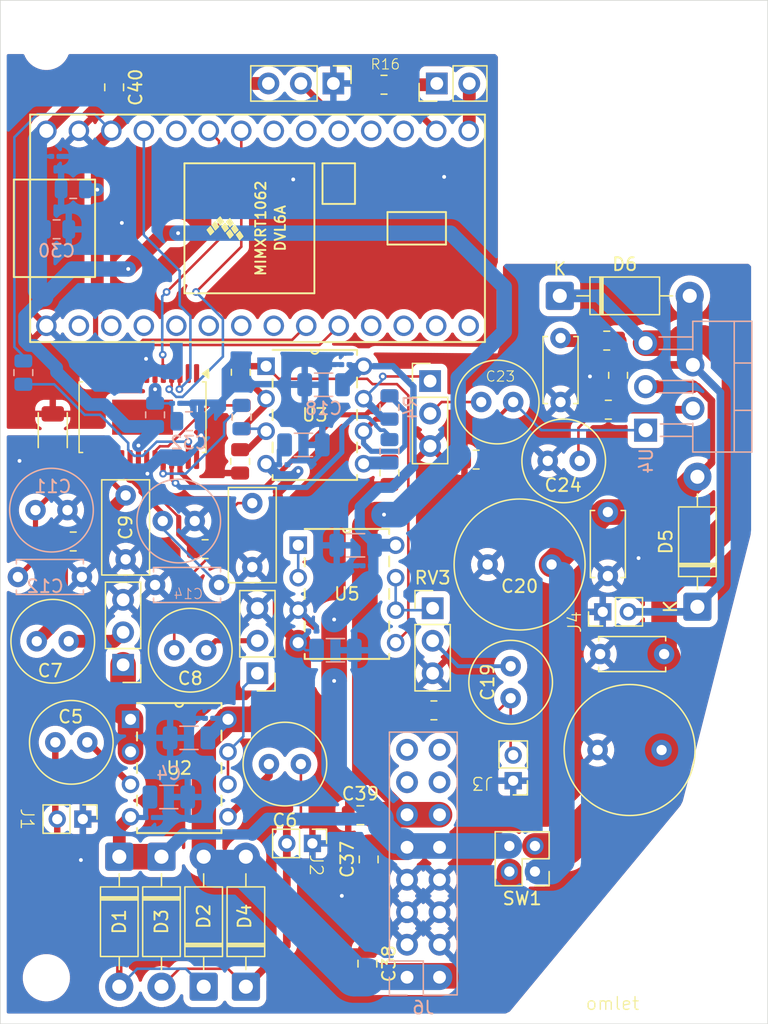
<source format=kicad_pcb>
(kicad_pcb (version 20241229) (generator "pcbnew") (generator_version "9.0")
  (layers (0 "F.Cu" signal) (2 "B.Cu" signal) (13 "F.Paste" user) (15 "B.Paste" user) (5 "F.SilkS" user "F.Silkscreen") (7 "B.SilkS" user "B.Silkscreen") (1 "F.Mask" user) (3 "B.Mask" user) (25 "Edge.Cuts" user))
  (net 0 "")
  (net 1 "-12V")
  (net 2 "GND1")
  (net 3 "+12V")
  (net 4 "Net-(U2A-+)")
  (net 5 "Net-(U2B-+)")
  (net 6 "Net-(C7-Pad2)")
  (net 7 "Net-(C7-Pad1)")
  (net 8 "Net-(C8-Pad2)")
  (net 9 "Net-(C8-Pad1)")
  (net 10 "Net-(VM4220M1-RIN+)")
  (net 11 "Net-(VM4220M1-LIN+)")
  (net 12 "Net-(VM4220M1-RIN-)")
  (net 13 "Net-(VM4220M1-LIN-)")
  (net 14 "Net-(C19-Pad2)")
  (net 15 "Net-(C19-Pad1)")
  (net 16 "Net-(D5-A)")
  (net 17 "Net-(D6-K)")
  (net 18 "Net-(U4-+)")
  (net 19 "Net-(C23-Pad2)")
  (net 20 "Net-(C24-Pad1)")
  (net 21 "Net-(C26-Pad1)")
  (net 22 "Net-(VM4220M1-VL)")
  (net 23 "GND2")
  (net 24 "+5V")
  (net 25 "Net-(VM4220M1-VD)")
  (net 26 "Net-(D5-K)")
  (net 27 "Net-(D7-A)")
  (net 28 "Net-(D7-K)")
  (net 29 "Net-(U3A--)")
  (net 30 "Net-(U5B-+)")
  (net 31 "Net-(U3B--)")
  (net 32 "Net-(R4-Pad1)")
  (net 33 "Net-(U3B-+)")
  (net 34 "Net-(U3A-+)")
  (net 35 "Net-(VM4220M1-LOUT-)")
  (net 36 "Net-(VM4220M1-ROUT+)")
  (net 37 "Net-(VM4220M1-LOUT+)")
  (net 38 "Net-(VM4220M1-ROUT-)")
  (net 39 "Net-(U4--)")
  (net 40 "Net-(VM4220M1-RSTN)")
  (net 41 "Net-(U2A--)")
  (net 42 "Net-(U2B--)")
  (net 43 "Net-(U5B--)")
  (net 44 "Net-(U1-14_A0_TX3_SPDIF_OUT)")
  (net 53 "Net-(U1-21_A7_RX5_BCLK1)")
  (net 54 "Net-(U1-23_A9_CRX1_MCLK1)")
  (net 59 "Net-(U1-7_RX2_OUT1A)")
  (net 63 "Net-(U1-20_A6_TX5_LRCLK1)")
  (net 65 "Net-(U1-8_TX2_IN1)")
  (net 67 "Net-(U5A--)")
  (net 77 "Net-(D1-A)")
  (net 78 "Net-(D3-A)")
  (footprint "Capacitor_THT:C_Radial_D10.0mm_H20.0mm_P5.00mm" (layer "F.Cu") (at 246.2 93.6 180)
    (property "Reference" "C21" (hide yes))
    (property "Value" "220u" (hide yes))
  )
  (footprint "Diode_THT:D_DO-41_SOD81_P10.16mm_Horizontal" (layer "F.Cu") (at 213.7 112.1 90)
    (property "Reference" "D4")
    (property "Value" "1N5819")
  )
  (footprint "Diode_THT:D_DO-41_SOD81_P10.16mm_Horizontal" (layer "F.Cu") (at 249 82.4 90)
    (property "Reference" "D5")
    (property "Value" "1N4007" (hide yes))
  )
  (footprint "Resistor_SMD:R_0805_2012Metric" (layer "F.Cu") (at 224.5 41.6)
    (property "Reference" "R16")
    (property "Value" "5k")
  )
  (footprint "Resistor_SMD:R_0805_2012Metric" (layer "F.Cu") (at 231.7 70.9 180)
    (property "Reference" "R12" (hide yes))
    (property "Value" "22k" (hide yes))
  )
  (footprint "Diode_THT:D_DO-41_SOD81_P10.16mm_Horizontal" (layer "F.Cu") (at 238.24 58.1)
    (property "Reference" "D6")
    (property "Value" "1N4007" (hide yes))
  )
  (footprint "Connector_PinHeader_2.54mm:PinHeader_1x03_P2.54mm_Vertical" (layer "F.Cu") (at 228.1 64.76)
    (property "Reference" "RV4" (hide yes))
    (property "Value" "R_Potentiometer" (hide yes))
  )
  (footprint "Resistor_SMD:R_0805_2012Metric" (layer "F.Cu") (at 200.2 77.3)
    (property "Reference" "R1" (hide yes))
    (property "Value" "150")
  )
  (footprint "Capacitor_THT:C_Radial_D6.3mm_H11.0mm_P2.50mm" (layer "F.Cu") (at 198.8 93)
    (property "Reference" "C5")
    (property "Value" "1u")
  )
  (footprint "MyLibrary:TL072" (layer "F.Cu") (at 225.41 85.21)
    (property "Reference" "U5")
    (property "Value" "TL072" (hide yes))
  )
  (footprint "Capacitor_THT:C_Disc_D5.0mm_W2.5mm_P5.00mm" (layer "F.Cu") (at 242 75 -90)
    (property "Reference" "C22" (hide yes))
    (property "Value" "0.1u")
  )
  (footprint "Resistor_SMD:R_0805_2012Metric" (layer "F.Cu") (at 242.0375 67 180)
    (property "Reference" "R13" (hide yes))
    (property "Value" "680" (hide yes))
  )
  (footprint "Resistor_SMD:R_0805_2012Metric" (layer "F.Cu") (at 213.25 71.0375 90)
    (property "Reference" "R6" (hide yes))
    (property "Value" "10k" (hide yes))
  )
  (footprint "Connector_PinHeader_2.54mm:PinHeader_1x03_P2.54mm_Vertical" (layer "F.Cu") (at 204.1 86.94 180)
    (property "Reference" "RV1" (hide yes))
    (property "Value" "R_Potentiometer")
  )
  (footprint "simplejackwithpinheader:simplejackwithpinheader" (layer "F.Cu") (at 234.6 95.25 180)
    (property "Reference" "J3")
    (property "Value" "output jack (line)")
  )
  (footprint "Diode_THT:D_DO-41_SOD81_P10.16mm_Horizontal" (layer "F.Cu") (at 207.1 101.94 -90)
    (property "Reference" "D3")
    (property "Value" "1N5819")
  )
  (footprint "Capacitor_SMD:C_0805_2012Metric" (layer "F.Cu") (at 223.2 110.3 -90)
    (property "Reference" "C38")
    (property "Value" "1u")
  )
  (footprint "Resistor_SMD:R_0805_2012Metric" (layer "F.Cu") (at 224.925 66.825 90)
    (property "Reference" "R7" (hide yes))
    (property "Value" "10k" (hide yes))
  )
  (footprint "MountingHole:MountingHole_3.2mm_M3" (layer "F.Cu") (at 198.1 38.6)
    (property "Reference" "REF**" (hide yes))
    (property "Value" "MountingHole_3.2mm_M3" (hide yes))
  )
  (footprint "Capacitor_THT:C_Radial_D10.0mm_H20.0mm_P5.00mm" (layer "F.Cu") (at 237.6 79.1 180)
    (property "Reference" "C20")
    (property "Value" "100u" (hide yes))
  )
  (footprint "Connector_PinHeader_2.54mm:PinHeader_1x03_P2.54mm_Vertical" (layer "F.Cu") (at 214.6 87.6 180)
    (property "Reference" "RV2" (hide yes))
    (property "Value" "R_Potentiometer" (hide yes))
  )
  (footprint "Connector_PinHeader_2.54mm:PinHeader_1x03_P2.54mm_Vertical" (layer "F.Cu") (at 228.3 82.52)
    (property "Reference" "RV3")
    (property "Value" "R_Potentiometer")
  )
  (footprint "Connector_PinHeader_2.54mm:PinHeader_1x02_P2.54mm_Vertical" (layer "F.Cu") (at 228.625 41.5 90)
    (property "Reference" "D7" (hide yes))
    (property "Value" "LED")
  )
  (footprint "MountingHole:MountingHole_3.2mm_M3" (layer "F.Cu") (at 198.1 111.4)
    (property "Reference" "REF**" (hide yes))
    (property "Value" "MountingHole_3.2mm_M3" (hide yes))
  )
  (footprint "simplejackwithpinheader:simplejackwithpinheader" (layer "F.Cu") (at 218.15 100.9 -90)
    (property "Reference" "J2")
    (property "Value" "input jack (piezo)")
  )
  (footprint "Resistor_SMD:R_0805_2012Metric" (layer "F.Cu") (at 210.5125 77.9 180)
    (property "Reference" "R2" (hide yes))
    (property "Value" "150")
  )
  (footprint "Resistor_SMD:R_0805_2012Metric" (layer "F.Cu") (at 242.8 64.3125 90)
    (property "Reference" "R15" (hide yes))
    (property "Value" "13k")
  )
  (footprint "MountingHole:MountingHole_3.2mm_M3" (layer "F.Cu") (at 250.9 111.3)
    (property "Reference" "REF**" (hide yes))
    (property "Value" "MountingHole_3.2mm_M3" (hide yes))
  )
  (footprint "Capacitor_THT:C_Radial_D6.3mm_H11.0mm_P2.50mm" (layer "F.Cu") (at 218 94.7 180)
    (property "Reference" "C6")
    (property "Value" "1u")
  )
  (footprint "MyLibrary:V4220M" (layer "F.Cu") (at 205.545 67.5475 -90)
    (property "Reference" "VM4220M1" (hide yes))
    (property "Value" "~" (hide yes))
  )
  (footprint "Capacitor_THT:C_Radial_D6.3mm_H11.0mm_P2.50mm" (layer "F.Cu") (at 234.4 89.55 90)
    (property "Reference" "C19")
    (property "Value" "10u")
  )
  (footprint "Diode_THT:D_DO-41_SOD81_P10.16mm_Horizontal" (layer "F.Cu") (at 210.4 112.1 90)
    (property "Reference" "D2")
    (property "Value" "1N5819")
  )
  (footprint "Capacitor_SMD:C_0805_2012Metric" (layer "F.Cu") (at 222.65 98.7)
    (property "Reference" "C39")
    (property "Value" "1u")
  )
  (footprint "Capacitor_THT:C_Radial_D6.3mm_H11.0mm_P2.50mm" (layer "F.Cu") (at 199.85 85.1 180)
    (property "Reference" "C7")
    (property "Value" "10u" (hide yes))
  )
  (footprint "Inductor_SMD:L_Walsin_WLFM252009x" (layer "F.Cu") (at 198.6 68.6 90)
    (property "Reference" "FB1" (hide yes))
    (property "Value" "FerriteBead" (hide yes))
  )
  (footprint "Capacitor_THT:C_Radial_D6.3mm_H11.0mm_P2.50mm" (layer "F.Cu") (at 239.8 71 180)
    (property "Reference" "C24")
    (property "Value" "22u" (hide yes))
  )
  (footprint "Resistor_SMD:R_0805_2012Metric" (layer "F.Cu") (at 228.4 90.5)
    (property "Reference" "R11" (hide yes))
    (property "Value" "100k")
  )
  (footprint "Capacitor_THT:C_Disc_D5.0mm_W2.5mm_P5.00mm" (layer "F.Cu") (at 246.4 86.1 180)
    (property "Reference" "C25" (hide yes))
    (property "Value" "0.1u" (hide yes))
  )
  (footprint "Diode_THT:D_DO-41_SOD81_P10.16mm_Horizontal" (layer "F.Cu") (at 203.8 101.94 -90)
    (property "Reference" "D1")
    (property "Value" "1N5819")
  )
  (footprint "Resistor_SMD:R_0805_2012Metric" (layer "F.Cu") (at 241.9125 61.6 180)
    (property "Reference" "R14" (hide yes))
    (property "Value" "1" (hide yes))
  )
  (footprint "MyLibrary:TL072" (layer "F.Cu") (at 222.9 71.22)
    (property "Reference" "U3")
    (property "Value" "TL072")
  )
  (footprint "simplejackwithpinheader:simplejackwithpinheader" (layer "F.Cu") (at 200.2 99 -90)
    (property "Reference" "J1")
    (property "Value" "input jack (line)" (hide yes))
  )
  (footprint "Connector_PinHeader_2.54mm:PinHeader_1x03_P2.54mm_Vertical" (layer "F.Cu") (at 220.54 41.5 -90)
    (property "Reference" "RV5" (hide yes))
    (property "Value" "R_Potentiometer")
  )
  (footprint "Capacitor_THT:C_Rect_L7.2mm_W3.5mm_P5.00mm_FKS2_FKP2_MKS2_MKP2" (layer "F.Cu") (at 204.3 73.7 -90)
    (property "Reference" "C9")
    (property "Value" "2.2n" (hide yes))
  )
  (footprint "MountingHole:MountingHole_3.2mm_M3" (layer "F.Cu") (at 250.9 38.6)
    (property "Reference" "REF**" (hide yes))
    (property "Value" "MountingHole_3.2mm_M3" (hide yes))
  )
  (footprint "MyLibrary:TL072" (layer "F.Cu") (at 212.3 98.82)
    (property "Reference" "U2")
    (property "Value" "TL072")
  )
  (footprint "Capacitor_SMD:C_0201_0603Metric" (layer "F.Cu") (at 202.4 62.9)
    (property "Reference" "C27" (hide yes))
    (property "Value" "0.1u")
  )
  (footprint "simplejackwithpinheader:simplejackwithpinheader" (layer "F.Cu") (at 242.35 82.8 90)
    (property "Reference" "J4")
    (property "Value" "output jack (spk)" (hide yes))
  )
  (footprint "Capacitor_SMD:C_0805_2012Metric" (layer "F.Cu") (at 203.4 41.8 -90)
    (property "Reference" "C40")
    (property "Value" "1u")
  )
  (footprint "Resistor_SMD:R_0805_2012Metric" (layer "F.Cu") (at 224.925 71.9375 90)
    (property "Reference" "R5" (hide yes))
    (property "Value" "10k" (hide yes))
  )
  (footprint "Capacitor_THT:C_Rect_L7.2mm_W3.5mm_P5.00mm_FKS2_FKP2_MKS2_MKP2" (layer "F.Cu") (at 214.2 74.3 -90)
    (property "Reference" "C10" (hide yes))
    (property "Value" "2.2n")
  )
  (footprint "Resistor_SMD:R_0805_2012Metric" (layer "F.Cu") (at 213.375 67.575 90)
    (property "Reference" "R10" (hide yes))
    (property "Value" "10k" (hide yes))
  )
  (footprint "Capacitor_SMD:C_0805_2012Metric" (layer "F.Cu") (at 223.3 102.15 90)
    (property "Reference" "C37")
    (property "Value" "1u")
  )
  (footprint "Resistor_SMD:R_0805_2012Metric" (layer "F.Cu") (at 213.3 64.075 -90)
    (property "Reference" "R3" (hide yes))
    (property "Value" "10k" (hide yes))
  )
  (footprint "Capacitor_THT:C_Radial_D6.3mm_H11.0mm_P2.50mm" (layer "F.Cu") (at 210.6 85.8 180)
    (property "Reference" "C8")
    (property "Value" "10u" (hide yes))
  )
  (footprint "Capacitor_THT:C_Disc_D5.0mm_W2.5mm_P5.00mm" (layer "F.Cu") (at 238.3 61.4 -90)
    (property "Reference" "C26" (hide yes))
    (property "Value" "0.22u" (hide yes))
  )
  (footprint "Teensy:Teensy40" (layer "F.Cu") (at 214.61 52.82)
    (property "Reference" "U1" (hide yes))
    (property "Value" "Teensy4.0")
  )
  (footprint "Capacitor_THT:C_Radial_D6.3mm_H11.0mm_P2.50mm" (layer "F.Cu") (at 234.6 66.4 180)
    (property "Reference" "C23")
    (property "Value" "1u")
  )
  (footprint "Connector_PinHeader_2.00mm:PinHeader_2x02_P2.00mm_Vertical" (layer "F.Cu") (at 236.3 103.1 180)
    (property "Reference" "SW1")
    (property "Value" "SW_DPST")
  )
  (footprint "Capacitor_SMD:C_1206_3216Metric" (layer "B.Cu") (at 207.675 97.275 180)
    (property "Reference" "C4")
    (property "Value" "10u")
  )
  (footprint "Capacitor_THT:C_Radial_D6.3mm_H11.0mm_P2.50mm" (layer "B.Cu") (at 197.25 74.85)
    (property "Reference" "C11")
    (property "Value" "4.7u")
  )
  (footprint "Capacitor_SMD:C_0201_0603Metric" (layer "B.Cu") (at 223.145 79.2 180)
    (property "Reference" "C33" (hide yes))
    (property "Value" "0.1u")
  )
  (footprint "Capacitor_SMD:C_0201_0603Metric" (layer "B.Cu") (at 221.48 63.475)
    (property "Reference" "C16" (hide yes))
    (property "Value" "0.1u")
  )
  (footprint "Capacitor_SMD:C_1206_3216Metric" (layer "B.Cu") (at 220.7 85.8 180)
    (property "Reference" "C36" (hide yes))
    (property "Value" "10u")
  )
  (footprint "Capacitor_THT:C_Radial_D6.3mm_H11.0mm_P2.50mm" (layer "B.Cu") (at 207.2 75.7)
    (property "Reference" "C13" (hide yes))
    (property "Value" "4.7u")
  )
  (footprint "Capacitor_SMD:C_0201_0603Metric" (layer "B.Cu") (at 208.245 66.5)
    (property "Reference" "C31" (hide yes))
    (property "Value" "0.1u")
  )
  (footprint "Capacitor_SMD:C_0201_0603Metric" (layer "B.Cu") (at 198.8 47.2)
    (property "Reference" "C29" (hide yes))
    (property "Value" "0.1u")
  )
  (footprint "Capacitor_SMD:C_1206_3216Metric" (layer "B.Cu") (at 218.2 69.75)
    (property "Reference" "C17" (hide yes))
    (property "Value" "10u")
  )
  (footprint "Capacitor_SMD:C_0805_2012Metric" (layer "B.Cu") (at 209.25 67.9)
    (property "Reference" "C32")
    (property "Value" "1u")
  )
  (footprint "Capacitor_SMD:C_0201_0603Metric" (layer "B.Cu") (at 206.18 98.875 180)
    (property "Reference" "C3" (hide yes))
    (property "Value" "0.1u")
  )
  (footprint "Resistor_SMD:R_0805_2012Metric" (layer "B.Cu") (at 224.925 66.825 90)
    (property "Reference" "R4")
    (property "Value" "10k")
  )
  (footprint "Capacitor_THT:C_Disc_D5.0mm_W2.5mm_P5.00mm" (layer "B.Cu") (at 195.875 80.075)
    (property "Reference" "C12")
    (property "Value" "0.1u")
  )
  (footprint "Capacitor_SMD:C_1206_3216Metric" (layer "B.Cu") (at 219.775 65.05)
    (property "Reference" "C18")
    (property "Value" "10u")
  )
  (footprint "Package_TO_SOT_THT:TO-220-5_P3.4x3.7mm_StaggerOdd_Lead3.8mm_Vertical" (layer "B.Cu") (at 244.95 68.6 90)
    (property "Reference" "U4")
    (property "Value" "TDA2030")
  )
  (footprint "Capacitor_SMD:C_1206_3216Metric" (layer "B.Cu") (at 222.275 77.6 180)
    (property "Reference" "C35" (hide yes))
    (property "Value" "10u")
  )
  (footprint "Capacitor_SMD:C_0201_0603Metric" (layer "B.Cu") (at 210.82 91.125 180)
    (property "Reference" "C1" (hide yes))
    (property "Value" "0.1u")
  )
  (footprint "Resistor_SMD:R_0805_2012Metric" (layer "B.Cu") (at 224.925 70.25 -90)
    (property "Reference" "R9" (hide yes))
    (property "Value" "10k" (hide yes))
  )
  (footprint "Capacitor_SMD:C_0201_0603Metric" (layer "B.Cu") (at 218.9 84.3 180)
    (property "Reference" "C34" (hide yes))
    (property "Value" "0.1u")
  )
  (footprint "Capacitor_SMD:C_0805_2012Metric" (layer "B.Cu") (at 200.2 49.75 180)
    (property "Reference" "C28" (hide yes))
    (property "Value" "1u")
  )
  (footprint "Resistor_SMD:R_0805_2012Metric" (layer "B.Cu") (at 206.6 67.4 90)
    (property "Reference" "R18" (hide yes))
    (property "Value" "2")
  )
  (footprint "Capacitor_SMD:C_1206_3216Metric" (layer "B.Cu") (at 209.25 92.65 180)
    (property "Reference" "C2" (hide yes))
    (property "Value" "10u")
  )
  (footprint "Resistor_SMD:R_0805_2012Metric" (layer "B.Cu") (at 196.3 64.1 -90)
    (property "Reference" "R17" (hide yes))
    (property "Value" "10k" (hide yes))
  )
  (footprint "Capacitor_SMD:C_0201_0603Metric" (layer "B.Cu") (at 216.63 71.3)
    (property "Reference" "C15" (hide yes))
    (property "Value" "0.1u")
  )
  (footprint "Capacitor_SMD:C_0805_2012Metric" (layer "B.Cu") (at 198.9 52.9)
    (property "Reference" "C30")
    (property "Value" "1u")
  )
  (footprint "Connector_PinHeader_2.54mm:PinHeader_2x08_P2.54mm_Vertical" (layer "B.Cu") (at 226.3 111.36)
    (property "Reference" "J6")
    (property "Value" "Conn_02x08_Odd_Even")
  )
  (footprint "Resistor_SMD:R_0805_2012Metric" (layer "B.Cu") (at 213.35 67.575 -90)
    (property "Reference" "R8" (hide yes))
    (property "Value" "10k" (hide yes))
  )
  (footprint "Capacitor_THT:C_Disc_D5.0mm_W2.5mm_P5.00mm" (layer "B.Cu") (at 211.6 80.7 180)
    (property "Reference" "C14")
    (property "Value" "0.1u")
  )
  (gr_rect (start 194.5 35) (end 254.5 115) (stroke (width 0.05)) (fill no) (layer "Edge.Cuts"))
  (gr_text "omlet" (at 240.2 114 0) (layer "F.SilkS") (effects (font (size 1 1) (thickness 0.1)) (justify left bottom)))
  (segment (start 217.79 85.21) (end 216.2 83.62) (width 0.8) (layer "F.Cu") (net 1))
  (segment (start 216.1 89.5) (end 217.79 87.81) (width 2) (layer "F.Cu") (net 1))
  (segment (start 232.65 111.25) (end 234.3 109.6) (width 2) (layer "F.Cu") (net 1))
  (segment (start 234.3 109.6) (end 234.3 103.1) (width 2) (layer "F.Cu") (net 1))
  (segment (start 217.79 87.81) (end 217.79 85.21) (width 2) (layer "F.Cu") (net 1))
  (segment (start 211.539172 91.9032) (end 210.4632 92.979172) (width 1.9) (layer "F.Cu") (net 1))
  (segment (start 216.2 83.62) (end 216.2 73.8) (width 0.8) (layer "F.Cu") (net 1))
  (segment (start 210.4632 92.979172) (end 210.4632 93.0368) (width 1.9) (layer "F.Cu") (net 1))
  (segment (start 223.2 111.25) (end 232.65 111.25) (width 2) (layer "F.Cu") (net 1))
  (segment (start 210.4132 101.9268) (end 210.4 101.94) (width 2) (layer "F.Cu") (net 1))
  (segment (start 210.4632 93.0368) (end 210.4132 93.0868) (width 1.9) (layer "F.Cu") (net 1))
  (segment (start 212.3 91.2) (end 214.4 91.2) (width 2) (layer "F.Cu") (net 1))
  (segment (start 212.3 91.2) (end 211.5968 91.9032) (width 1.9) (layer "F.Cu") (net 1))
  (segment (start 210.4132 93.0868) (end 210.4132 101.9268) (width 1.9) (layer "F.Cu") (net 1))
  (segment (start 216.2 73.4) (end 217.8 71.8) (width 0.8) (layer "F.Cu") (net 1))
  (segment (start 214.4 91.2) (end 216.1 89.5) (width 2) (layer "F.Cu") (net 1))
  (segment (start 216.2 73.8) (end 216.2 73.4) (width 0.2) (layer "F.Cu") (net 1))
  (segment (start 211.5968 91.9032) (end 211.539172 91.9032) (width 1.9) (layer "F.Cu") (net 1))
  (via (at 217.8 71.8) (size 0.6) (drill 0.3) (layers "F.Cu" "B.Cu") (net 1))
  (segment (start 215.36 71.3) (end 215.28 71.22) (width 0.2) (layer "B.Cu") (net 1))
  (segment (start 219.225 85.8) (end 218.38 85.8) (width 0.2) (layer "B.Cu") (net 1))
  (segment (start 218.38 85.8) (end 217.79 85.21) (width 0.2) (layer "B.Cu") (net 1))
  (segment (start 210.725 92.65) (end 212.175 91.2) (width 1) (layer "B.Cu") (net 1))
  (segment (start 222.16 111.36) (end 213.7 102.9) (width 3) (layer "B.Cu") (net 1))
  (segment (start 211.14 91.125) (end 212.225 91.125) (width 0.4) (layer "B.Cu") (net 1))
  (segment (start 212.175 91.2) (end 212.3 91.2) (width 0.2) (layer "B.Cu") (net 1))
  (segment (start 228.84 111.36) (end 223.12 111.36) (width 2) (layer "B.Cu") (net 1))
  (segment (start 212.225 91.125) (end 212.3 91.2) (width 0.2) (layer "B.Cu") (net 1))
  (segment (start 216.26 72.2) (end 215.28 71.22) (width 0.8) (layer "B.Cu") (net 1))
  (segment (start 217.8 71.8) (end 217.4 72.2) (width 0.8) (layer "B.Cu") (net 1))
  (segment (start 218.58 84.3) (end 218.58 84.42) (width 0.2) (layer "B.Cu") (net 1))
  (segment (start 216.31 70.165) (end 216.31 71.3) (width 0.4) (layer "B.Cu") (net 1))
  (segment (start 216.31 71.3) (end 215.36 71.3) (width 0.4) (layer "B.Cu") (net 1))
  (segment (start 218.58 84.42) (end 217.79 85.21) (width 0.4) (layer "B.Cu") (net 1))
  (segment (start 223.12 111.36) (end 222.16 111.36) (width 3) (layer "B.Cu") (net 1))
  (segment (start 217.4 72.2) (end 216.26 72.2) (width 0.8) (layer "B.Cu") (net 1))
  (segment (start 216.725 69.75) (end 216.31 70.165) (width 0.2) (layer "B.Cu") (net 1))
  (segment (start 213.7 102.9) (end 211.36 102.9) (width 3) (layer "B.Cu") (net 1))
  (segment (start 202.459999 69.275) (end 199.2 69.275) (width 0.2) (layer "F.Cu") (net 2))
  (segment (start 203.345 70.8975) (end 203.345 70.160001) (width 0.2) (layer "F.Cu") (net 2))
  (segment (start 199.2 69.275) (end 198.6 69.875) (width 0.2) (layer "F.Cu") (net 2))
  (segment (start 203.345 70.160001) (end 202.459999 69.275) (width 0.2) (layer "F.Cu") (net 2))
  (segment (start 206 72) (end 206 70.9525) (width 0.2) (layer "F.Cu") (net 2))
  (segment (start 206 70.9525) (end 205.945 70.8975) (width 0.2) (layer "F.Cu") (net 2))
  (via (at 196 71) (size 0.6) (drill 0.3) (layers "F.Cu" "B.Cu") (net 2))
  (via (at 210.2 69) (size 0.6) (drill 0.3) (layers "F.Cu" "B.Cu") (net 2))
  (via (at 240.6 64.4) (size 0.6) (drill 0.3) (layers "F.Cu" "B.Cu") (net 2))
  (via (at 206 72) (size 0.6) (drill 0.3) (layers "F.Cu" "B.Cu") (net 2))
  (via (at 200.8 102.2) (size 0.6) (drill 0.3) (layers "F.Cu" "B.Cu") (net 2))
  (via (at 221.2 105) (size 0.6) (drill 0.3) (layers "F.Cu" "B.Cu") (net 2))
  (via (at 244.4 78.6) (size 0.6) (drill 0.3) (layers "F.Cu" "B.Cu") (net 2))
  (segment (start 217.93 82.67) (end 217.79 82.67) (width 0.4) (layer "B.Cu") (net 2))
  (segment (start 209.6 67.3) (end 209.6 66.5) (width 0.5) (layer "B.Cu") (net 2))
  (segment (start 210.2 69.562075) (end 209.162075 70.6) (width 0.5) (layer "B.Cu") (net 2))
  (segment (start 209.162075 70.6) (end 207.4 70.6) (width 0.5) (layer "B.Cu") (net 2))
  (segment (start 219.675 70.325) (end 219.675 69.75) (width 0.2) (layer "B.Cu") (net 2))
  (segment (start 219.22 84.3) (end 219.22 84.1) (width 0.2) (layer "B.Cu") (net 2))
  (segment (start 218.2532 65.0032) (end 218.3 65.05) (width 0.5) (layer "B.Cu") (net 2))
  (segment (start 210.2 69) (end 210.2 69.562075) (width 0.5) (layer "B.Cu") (net 2))
  (segment (start 210.2 67.9) (end 209.6 67.3) (width 0.5) (layer "B.Cu") (net 2))
  (segment (start 210.2 67.9) (end 213.0968 65.0032) (width 0.5) (layer "B.Cu") (net 2))
  (segment (start 216.95 71.3) (end 217.25 71) (width 0.35) (layer "B.Cu") (net 2))
  (segment (start 207.4 70.6) (end 206 72) (width 0.5) (layer "B.Cu") (net 2))
  (segment (start 217.25 71) (end 217.4 71) (width 0.35) (layer "B.Cu") (net 2))
  (segment (start 209.6 66.5) (end 208.565 66.5) (width 0.4) (layer "B.Cu") (net 2))
  (segment (start 210.2 67.9) (end 210.2 69) (width 0.5) (layer "B.Cu") (net 2))
  (segment (start 219.22 84.1) (end 219.22 83.96) (width 0.4) (layer "B.Cu") (net 2))
  (segment (start 219.22 83.96) (end 217.93 82.67) (width 0.4) (layer "B.Cu") (net 2))
  (segment (start 219 71) (end 219.675 70.325) (width 0.4) (layer "B.Cu") (net 2))
  (segment (start 213.0968 65.0032) (end 218.2532 65.0032) (width 0.5) (layer "B.Cu") (net 2))
  (segment (start 217.4 71) (end 219 71) (width 0.4) (layer "B.Cu") (net 2))
  (segment (start 226.3 101.2) (end 223.3 101.2) (width 2) (layer "F.Cu") (net 3))
  (segment (start 220.6 88.2) (end 220.6 83.4) (width 2) (layer "F.Cu") (net 3))
  (segment (start 203.8 99.7) (end 204.68 98.82) (width 1) (layer "F.Cu") (net 3))
  (segment (start 226.18 101.3) (end 226.16 101.28) (width 0.2) (layer "F.Cu") (net 3))
  (segment (start 203.8 101.94) (end 203.8 99.7) (width 1) (layer "F.Cu") (net 3))
  (segment (start 207.1 101.94) (end 203.8 101.94) (width 2) (layer "F.Cu") (net 3))
  (via (at 220.6 88.2) (size 0.6) (drill 0.3) (layers "F.Cu" "B.Cu") (net 3))
  (via (at 220.6 83.4) (size 0.6) (drill 0.3) (layers "F.Cu" "B.Cu") (net 3))
  (segment (start 222.6 74.6) (end 222.6 76.325) (width 0.8) (layer "B.Cu") (net 3))
  (segment (start 206.2 97.275) (end 205.86 97.615) (width 0.2) (layer "B.Cu") (net 3))
  (segment (start 226.8 71.4) (end 225.1 73.1) (width 0.8) (layer "B.Cu") (net 3))
  (segment (start 224.1 73.1) (end 222.6 74.6) (width 0.8) (layer "B.Cu") (net 3))
  (segment (start 208.84 100.2) (end 207.1 101.94) (width 1) (layer "B.Cu") (net 3))
  (segment (start 214.2 100.2) (end 215.4 99) (width 1) (layer "B.Cu") (net 3))
  (segment (start 224.249 98.949) (end 220.6 95.3) (width 2) (layer "B.Cu") (net 3))
  (segment (start 223.885 77.59) (end 223.875 77.6) (width 0.2) (layer "B.Cu") (net 3))
  (segment (start 223.665 77.81) (end 223.665 80.335) (width 0.8) (layer "B.Cu") (net 3))
  (segment (start 223.665 77.81) (end 223.875 77.6) (width 0.2) (layer "B.Cu") (net 3))
  (segment (start 223.665 80.335) (end 223.4 80.6) (width 0.2) (layer "B.Cu") (net 3))
  (segment (start 223.7 63.6) (end 225.2 63.6) (width 0.5) (layer "B.Cu") (net 3))
  (segment (start 234.3 101.1) (end 226.4 101.1) (width 2) (layer "B.Cu") (net 3))
  (segment (start 222.6 76.325) (end 223.875 77.6) (width 0.8) (layer "B.Cu") (net 3))
  (segment (start 220.6 83.4) (end 223.4 80.6) (width 2) (layer "B.Cu") (net 3))
  (segment (start 214.2 100.2) (end 208.84 100.2) (width 0.8) (layer "B.Cu") (net 3))
  (segment (start 221.25 65.05) (end 221.8 64.5) (width 0.2) (layer "B.Cu") (net 3))
  (segment (start 225.2 63.6) (end 226.8 65.2) (width 0.5) (layer "B.Cu") (net 3))
  (segment (start 226.18 101.3) (end 226.16 101.28) (width 0.2) (layer "B.Cu") (net 3))
  (segment (start 226.011 100.711) (end 225.450447 100.711) (width 2) (layer "B.Cu") (net 3))
  (segment (start 222.8 63.5) (end 222.9 63.6) (width 0.2) (layer "B.Cu") (net 3))
  (segment (start 205.86 98.875) (end 204.735 98.875) (width 0.4) (layer "B.Cu") (net 3))
  (segment (start 226.3 101.2) (end 226.3 101) (width 2) (layer "B.Cu") (net 3))
  (segment (start 220.6 95.3) (end 220.6 88.2) (width 2) (layer "B.Cu") (net 3))
  (segment (start 215.4 99) (end 224.3 99) (width 1) (layer "B.Cu") (net 3))
  (segment (start 226.3 101) (end 226.011 100.711) (width 2) (layer "B.Cu") (net 3))
  (segment (start 226.8 65.2) (end 226.8 71.4) (width 0.5) (layer "B.Cu") (net 3))
  (segment (start 225.41 77.59) (end 223.885 77.59) (width 1) (layer "B.Cu") (net 3))
  (segment (start 226.4 101.1) (end 224.3 99) (width 0.2) (layer "B.Cu") (net 3))
  (segment (start 225.41 77.59) (end 225.41 78.13) (width 0.2) (layer "B.Cu") (net 3))
  (segment (start 224.249 99.509553) (end 224.249 98.949) (width 2) (layer "B.Cu") (net 3))
  (segment (start 204.735 98.875) (end 204.68 98.82) (width 0.2) (layer "B.Cu") (net 3))
  (segment (start 222.7 63.6) (end 222.9 63.6) (width 0.2) (layer "B.Cu") (net 3))
  (segment (start 221.925 63.6) (end 221.8 63.475) (width 0.2) (layer "B.Cu") (net 3))
  (segment (start 205.86 97.615) (end 205.86 98.875) (width 0.4) (layer "B.Cu") (net 3))
  (segment (start 222.9 63.6) (end 221.925 63.6) (width 0.5) (layer "B.Cu") (net 3))
  (segment (start 221.25 65.05) (end 222.7 63.6) (width 1) (layer "B.Cu") (net 3))
  (segment (start 225.1 73.1) (end 224.1 73.1) (width 0.8) (layer "B.Cu") (net 3))
  (segment (start 226.4 101.1) (end 226.3 101.2) (width 0.2) (layer "B.Cu") (net 3))
  (segment (start 225.450447 100.711) (end 224.249 99.509553) (width 2) (layer "B.Cu") (net 3))
  (segment (start 201.4 93) (end 201.3 93) (width 0.2) (layer "F.Cu") (net 4))
  (segment (start 204.68 96.28) (end 201.4 93) (width 0.5) (layer "F.Cu") (net 4))
  (segment (start 215.5 95.62) (end 212.3 98.82) (width 0.6) (layer "F.Cu") (net 5))
  (segment (start 215.5 94.7) (end 215.5 95.62) (width 0.6) (layer "F.Cu") (net 5))
  (segment (start 199.2875 83.1625) (end 197.35 85.1) (width 1) (layer "F.Cu") (net 6))
  (segment (start 199.2875 77.3) (end 199.2875 83.1625) (width 1) (layer "F.Cu") (net 6))
  (segment (start 203.4 85.1) (end 204.1 84.4) (width 1) (layer "F.Cu") (net 7))
  (segment (start 199.85 85.1) (end 203.4 85.1) (width 1) (layer "F.Cu") (net 7))
  (segment (start 208.1 85.8) (end 208.1 81.225) (width 0.2) (layer "F.Cu") (net 8))
  (segment (start 208.1 81.225) (end 211.425 77.9) (width 0.2) (layer "F.Cu") (net 8))
  (segment (start 211.34 85.06) (end 210.6 85.8) (width 0.4) (layer "F.Cu") (net 9))
  (segment (start 214.6 85.06) (end 211.34 85.06) (width 0.4) (layer "F.Cu") (net 9))
  (segment (start 202.695 72.095) (end 202.695 70.8975) (width 0.4) (layer "F.Cu") (net 10))
  (segment (start 201.1125 76.8875) (end 204.3 73.7) (width 1) (layer "F.Cu") (net 10))
  (segment (start 201.1125 77.3) (end 201.1125 76.8875) (width 0.2) (layer "F.Cu") (net 10))
  (segment (start 204.3 73.7) (end 202.695 72.095) (width 0.4) (layer "F.Cu") (net 10))
  (segment (start 208.301 75.251) (end 208.301 75.24395) (width 0.2) (layer "F.Cu") (net 11))
  (segment (start 208.45 76.75) (end 209.6 77.9) (width 0.4) (layer "F.Cu") (net 11))
  (segment (start 204.645 71.634999) (end 204.645 70.8975) (width 0.2) (layer "F.Cu") (net 11))
  (segment (start 208.301 75.24395) (end 207.65605 74.599) (width 0.2) (layer "F.Cu") (net 11))
  (segment (start 207.65605 74.599) (end 207.649 74.599) (width 0.2) (layer "F.Cu") (net 11))
  (segment (start 205.125 72.075) (end 205.085001 72.075) (width 0.2) (layer "F.Cu") (net 11))
  (segment (start 214.2 74.3) (end 213.06863 74.3) (width 0.2) (layer "F.Cu") (net 11))
  (segment (start 208.45 75.4) (end 208.45 76.75) (width 0.4) (layer "F.Cu") (net 11))
  (segment (start 213.06863 74.3) (end 209.6 77.76863) (width 0.2) (layer "F.Cu") (net 11))
  (segment (start 207.649 74.599) (end 205.125 72.075) (width 0.2) (layer "F.Cu") (net 11))
  (segment (start 208.45 75.4) (end 208.301 75.251) (width 0.2) (layer "F.Cu") (net 11))
  (segment (start 205.085001 72.075) (end 204.645 71.634999) (width 0.2) (layer "F.Cu") (net 11))
  (segment (start 209.6 77.76863) (end 209.6 77.9) (width 0.2) (layer "F.Cu") (net 11))
  (segment (start 202.045 72.705) (end 202.045 70.8975) (width 0.4) (layer "F.Cu") (net 12))
  (segment (start 197.25 78.7) (end 195.875 80.075) (width 0.4) (layer "F.Cu") (net 12))
  (segment (start 199.395 72.705) (end 197.25 74.85) (width 0.4) (layer "F.Cu") (net 12))
  (segment (start 202.045 72.705) (end 199.395 72.705) (width 0.4) (layer "F.Cu") (net 12))
  (segment (start 197.25 74.85) (end 197.25 78.7) (width 0.4) (layer "F.Cu") (net 12))
  (segment (start 204.835471 72.537) (end 204.697059 72.537) (width 0.4) (layer "F.Cu") (net 13))
  (segment (start 204.659059 72.499) (end 204.574 72.499) (width 0.4) (layer "F.Cu") (net 13))
  (segment (start 205.501 73.426) (end 205.501 73.202529) (width 0.4) (layer "F.Cu") (net 13))
  (segment (start 207.2 75.125) (end 205.501 73.426) (width 0.4) (layer "F.Cu") (net 13))
  (segment (start 203.995 71.92) (end 203.995 70.8975) (width 0.4) (layer "F.Cu") (net 13))
  (segment (start 204.574 72.499) (end 203.995 71.92) (width 0.4) (layer "F.Cu") (net 13))
  (segment (start 204.697059 72.537) (end 204.659059 72.499) (width 0.4) (layer "F.Cu") (net 13))
  (segment (start 207.2 75.7) (end 207.2 75.125) (width 0.4) (layer "F.Cu") (net 13))
  (segment (start 205.501 73.202529) (end 204.835471 72.537) (width 0.4) (layer "F.Cu") (net 13))
  (segment (start 207.2 76.3) (end 207.2 75.7) (width 0.2) (layer "B.Cu") (net 13))
  (segment (start 211.6 80.7) (end 207.2 76.3) (width 0.2) (layer "B.Cu") (net 13))
  (segment (start 230.29 87.05) (end 234.4 87.05) (width 0.3) (layer "B.Cu") (net 14))
  (segment (start 228.3 85.06) (end 230.29 87.05) (width 0.3) (layer "B.Cu") (net 14))
  (segment (start 234.4 89.55) (end 234.4 93.8) (width 0.2) (layer "F.Cu") (net 15))
  (segment (start 233.45 90.5) (end 234.4 89.55) (width 0.2) (layer "F.Cu") (net 15))
  (segment (start 229.3125 90.5) (end 233.45 90.5) (width 0.2) (layer "F.Cu") (net 15))
  (segment (start 234.4 93.8) (end 234.6 94) (width 0.2) (layer "F.Cu") (net 15))
  (segment (start 250.1 66.3) (end 249 65.2) (width 0.6) (layer "F.Cu") (net 16))
  (segment (start 250.1 71.14) (end 250.1 66.3) (width 0.6) (layer "F.Cu") (net 16))
  (segment (start 249 72.24) (end 250.1 71.14) (width 0.6) (layer "F.Cu") (net 16))
  (segment (start 249 65.2) (end 248.648471 65.2) (width 0.6) (layer "F.Cu") (net 16))
  (segment (start 242 75) (end 246.24 75) (width 2) (layer "F.Cu") (net 16))
  (segment (start 241.7 75) (end 242 75) (width 0.2) (layer "F.Cu") (net 16))
  (segment (start 237.6 79.1) (end 241.7 75) (width 2) (layer "F.Cu") (net 16))
  (segment (start 248.648471 65.2) (end 244.95 65.2) (width 1) (layer "F.Cu") (net 16))
  (segment (start 246.24 75) (end 249 72.24) (width 2) (layer "F.Cu") (net 16))
  (segment (start 237.6 79.1) (end 238.399999 79.899999) (width 0.2) (layer "B.Cu") (net 16))
  (segment (start 236.5 103.1) (end 236.3 103.1) (width 0.2) (layer "B.Cu") (net 16))
  (segment (start 238.399999 79.899999) (end 238.399999 102.300001) (width 2) (layer "B.Cu") (net 16))
  (segment (start 237.6 103.1) (end 236.5 103.1) (width 2) (layer "B.Cu") (net 16))
  (segment (start 238.399999 102.300001) (end 237.6 103.1) (width 2) (layer "B.Cu") (net 16))
  (segment (start 250 61.8) (end 249.921263 61.8) (width 2) (layer "F.Cu") (net 17))
  (segment (start 238.7 101.1) (end 236.3 101.1) (width 2) (layer "F.Cu") (net 17))
  (segment (start 246.4 81) (end 251.9 75.5) (width 2) (layer "F.Cu") (net 17))
  (segment (start 251.9 75.5) (end 251.9 63.7) (width 2) (layer "F.Cu") (net 17))
  (segment (start 246.2 93.6) (end 238.7 101.1) (width 3) (layer "F.Cu") (net 17))
  (segment (start 249.520263 61.399) (end 247.779737 61.399) (width 2) (layer "F.Cu") (net 17))
  (segment (start 247.779737 61.399) (end 247.378737 61.8) (width 2) (layer "F.Cu") (net 17))
  (segment (start 246.2 86.5) (end 246.2 93.6) (width 3) (layer "F.Cu") (net 17))
  (segment (start 246.4 86.3) (end 246.2 86.5) (width 0.2) (layer "F.Cu") (net 17))
  (segment (start 251.9 63.7) (end 250 61.8) (width 2) (layer "F.Cu") (net 17))
  (segment (start 249.921263 61.8) (end 249.520263 61.399) (width 2) (layer "F.Cu") (net 17))
  (segment (start 247.378737 61.8) (end 244.95 61.8) (width 2) (layer "F.Cu") (net 17))
  (segment (start 246.4 86.1) (end 246.4 81) (width 2) (layer "F.Cu") (net 17))
  (segment (start 244.95 61.8) (end 241.25 58.1) (width 1) (layer "B.Cu") (net 17))
  (segment (start 241.25 58.1) (end 238.24 58.1) (width 1) (layer "B.Cu") (net 17))
  (segment (start 232.6125 68.3875) (end 234.6 66.4) (width 0.3) (layer "F.Cu") (net 18))
  (segment (start 232.6125 70.9) (end 232.6125 68.3875) (width 0.3) (layer "F.Cu") (net 18))
  (segment (start 234.6 66.4) (end 236.8 68.6) (width 0.2) (layer "B.Cu") (net 18))
  (segment (start 236.8 68.6) (end 244.95 68.6) (width 0.2) (layer "B.Cu") (net 18))
  (segment (start 229 66.4) (end 228.1 67.3) (width 0.2) (layer "F.Cu") (net 19))
  (segment (start 232.1 66.4) (end 229 66.4) (width 0.2) (layer "F.Cu") (net 19))
  (segment (start 239.7 68.425) (end 241.125 67) (width 0.2) (layer "F.Cu") (net 20))
  (segment (start 239.7 71.1) (end 239.7 68.425) (width 0.2) (layer "F.Cu") (net 20))
  (segment (start 242.65 65.125) (end 241.125 66.65) (width 0.2) (layer "F.Cu") (net 20))
  (segment (start 241.125 66.65) (end 241.125 67) (width 0.2) (layer "F.Cu") (net 20))
  (segment (start 241.1375 61.6) (end 238.5 61.6) (width 1) (layer "F.Cu") (net 21))
  (segment (start 238.5 61.6) (end 238.3 61.4) (width 0.2) (layer "F.Cu") (net 21))
  (segment (start 203.5 45.2) (end 203.18 45.2) (width 0.2) (layer "F.Cu") (net 22))
  (segment (start 202.08 62.755) (end 201.95 62.625) (width 0.2) (layer "F.Cu") (net 22))
  (segment (start 203.18 45.2) (end 202.08 46.3) (width 1) (layer "F.Cu") (net 22))
  (segment (start 215.46 41.5) (end 206.88 41.5) (width 1) (layer "F.Cu") (net 22))
  (segment (start 202.08 62.9) (end 202.08 64.1375) (width 0.2) (layer "F.Cu") (net 22))
  (segment (start 202.08 62.9) (end 202.08 62.755) (width 0.2) (layer "F.Cu") (net 22))
  (segment (start 201.95 59.2) (end 201.975 59.175) (width 0.2) (layer "F.Cu") (net 22))
  (segment (start 202.08 46.3) (end 202.08 59.07) (width 1) (layer "F.Cu") (net 22))
  (segment (start 201.95 62.625) (end 201.95 59.2) (width 0.4) (layer "F.Cu") (net 22))
  (segment (start 202.08 64.1375) (end 202.045 64.1725) (width 0.2) (layer "F.Cu") (net 22))
  (segment (start 206.88 41.5) (end 203.18 45.2) (width 1) (layer "F.Cu") (net 22))
  (via (at 202.08 49.8) (size 0.6) (drill 0.3) (layers "F.Cu" "B.Cu") (net 22))
  (segment (start 195.6 62.1) (end 196.3 62.8) (width 0.2) (layer "B.Cu") (net 22))
  (segment (start 201.45 49.8) (end 201.4 49.75) (width 0.2) (layer "B.Cu") (net 22))
  (segment (start 197.402 43.899) (end 195.6 45.701) (width 0.2) (layer "B.Cu") (net 22))
  (segment (start 195.6 45.701) (end 195.6 62.1) (width 0.2) (layer "B.Cu") (net 22))
  (segment (start 203.18 45.2) (end 201.879 43.899) (width 0.2) (layer "B.Cu") (net 22))
  (segment (start 202.08 49.8) (end 201.45 49.8) (width 1) (layer "B.Cu") (net 22))
  (segment (start 201.879 43.899) (end 197.402 43.899) (width 0.2) (layer "B.Cu") (net 22))
  (segment (start 202.72 62.9) (end 202.72 64.1475) (width 0.2) (layer "F.Cu") (net 23))
  (segment (start 202.72 64.1475) (end 202.695 64.1725) (width 0.2) (layer "F.Cu") (net 23))
  (segment (start 205.945 63.074265) (end 205.895 63.024265) (width 0.2) (layer "F.Cu") (net 23))
  (segment (start 205.945 64.1725) (end 205.945 63.074265) (width 0.4) (layer "F.Cu") (net 23))
  (segment (start 203.995 64.1725) (end 202.695 64.1725) (width 0.2) (layer "F.Cu") (net 23))
  (via (at 229.2 48.8) (size 0.6) (drill 0.3) (layers "F.Cu" "B.Cu") (net 23))
  (via (at 205.895 63.024265) (size 0.6) (drill 0.3) (layers "F.Cu" "B.Cu") (net 23))
  (via (at 217.4 49) (size 0.6) (drill 0.3) (layers "F.Cu" "B.Cu") (net 23))
  (via (at 204 52.4) (size 0.6) (drill 0.3) (layers "F.Cu" "B.Cu") (net 23))
  (segment (start 226.3 98.66) (end 223.64 98.66) (width 2) (layer "F.Cu") (net 24))
  (segment (start 205.3 70.8925) (end 205.295 70.8975) (width 0.2) (layer "F.Cu") (net 24))
  (segment (start 198.1 45.2) (end 202.45 40.85) (width 1) (layer "F.Cu") (net 24))
  (segment (start 223.9 75.2) (end 224.5 75.2) (width 2) (layer "F.Cu") (net 24))
  (segment (start 223 95.36) (end 223 76.1) (width 2) (layer "F.Cu") (net 24))
  (segment (start 228.84 98.66) (end 226.3 98.66) (width 2) (layer "F.Cu") (net 24))
  (segment (start 223 76.1) (end 223.9 75.2) (width 2) (layer "F.Cu") (net 24))
  (segment (start 205.3 69.8) (end 205.3 70.8925) (width 0.2) (layer "F.Cu") (net 24))
  (segment (start 223.64 98.66) (end 223.6 98.7) (width 0.2) (layer "F.Cu") (net 24))
  (segment (start 202.45 40.85) (end 203.4 40.85) (width 1) (layer "F.Cu") (net 24))
  (segment (start 208.4 53.2) (end 207.3 53.2) (width 1.2) (layer "F.Cu") (net 24))
  (segment (start 226.3 98.66) (end 223 95.36) (width 1) (layer "F.Cu") (net 24))
  (segment (start 207.3 53.2) (end 204.5 56) (width 1.2) (layer "F.Cu") (net 24))
  (via (at 205.3 69.8) (size 0.6) (drill 0.3) (layers "F.Cu" "B.Cu") (net 24))
  (via (at 204.5 56) (size 0.6) (drill 0.3) (layers "F.Cu" "B.Cu") (net 24))
  (via (at 208.4 53.2) (size 0.6) (drill 0.3) (layers "F.Cu" "B.Cu") (net 24))
  (via (at 224.5 75.2) (size 0.6) (drill 0.3) (layers "F.Cu" "B.Cu") (net 24))
  (segment (start 198.9 64.05) (end 198.9 63.723156) (width 1) (layer "B.Cu") (net 24))
  (segment (start 202.631785 66.599) (end 201.449 66.599) (width 1) (layer "B.Cu") (net 24))
  (segment (start 230.3 70.540553) (end 225.640553 75.2) (width 2) (layer "B.Cu") (net 24))
  (segment (start 206.6 68.3125) (end 204.345286 68.3125) (width 1) (layer "B.Cu") (net 24))
  (segment (start 196.401 59.699) (end 197.9 58.2) (width 1) (layer "B.Cu") (net 24))
  (segment (start 197.4 45.9) (end 197.9 45.4) (width 1.5) (layer "B.Cu") (net 24))
  (segment (start 197.9 45.4) (end 198.1 45.2) (width 1) (layer "B.Cu") (net 24))
  (segment (start 201.449 66.599) (end 198.9 64.05) (width 1) (layer "B.Cu") (net 24))
  (segment (start 198.9 63.723156) (end 197.150844 61.974) (width 1) (layer "B.Cu") (net 24))
  (segment (start 206.6 68.3125) (end 206.6 68.5) (width 0.2) (layer "B.Cu") (net 24))
  (segment (start 197.9 58.2) (end 197.4 57.7) (width 1.5) (layer "B.Cu") (net 24))
  (segment (start 233.9 57.4) (end 233.9 60.9) (width 1.2) (layer "B.Cu") (net 24))
  (segment (start 197.4 47.2) (end 197.4 45.9) (width 1.5) (layer "B.Cu") (net 24))
  (segment (start 206.6 68.5) (end 205.3 69.8) (width 1) (layer "B.Cu") (net 24))
  (segment (start 208.4 53.2) (end 229.7 53.2) (width 1.2) (layer "B.Cu") (net 24))
  (segment (start 230.3 64.5) (end 230.3 70) (width 1.2) (layer "B.Cu") (net 24))
  (segment (start 197.150844 61.974) (end 196.724 61.974) (width 1) (layer "B.Cu") (net 24))
  (segment (start 197.4 57.7) (end 197.4 47.2) (width 1.5) (layer "B.Cu") (net 24))
  (segment (start 196.401 61.651) (end 196.401 59.699) (width 1) (layer "B.Cu") (net 24))
  (segment (start 208.3 53.2) (end 208.4 53.2) (width 1.2) (layer "B.Cu") (net 24))
  (segment (start 198.48 47.2) (end 197.4 47.2) (width 0.3) (layer "B.Cu") (net 24))
  (segment (start 229.7 53.2) (end 233.9 57.4) (width 1.2) (layer "B.Cu") (net 24))
  (segment (start 200.1 56) (end 197.9 58.2) (width 1.2) (layer "B.Cu") (net 24))
  (segment (start 204.5 56) (end 200.1 56) (width 1.2) (layer "B.Cu") (net 24))
  (segment (start 233.9 60.9) (end 230.3 64.5) (width 1.2) (layer "B.Cu") (net 24))
  (segment (start 196.724 61.974) (end 196.401 61.651) (width 1) (layer "B.Cu") (net 24))
  (segment (start 204.345286 68.3125) (end 202.631785 66.599) (width 1) (layer "B.Cu") (net 24))
  (segment (start 225.640553 75.2) (end 224.5 75.2) (width 2) (layer "B.Cu") (net 24))
  (segment (start 206.6 65.4) (end 206.6 64.1775) (width 0.2) (layer "F.Cu") (net 25))
  (segment (start 206.6 64.1775) (end 206.595 64.1725) (width 0.2) (layer "F.Cu") (net 25))
  (via (at 206.6 65.4) (size 0.6) (drill 0.3) (layers "F.Cu" "B.Cu") (net 25))
  (segment (start 207.925 67.525) (end 208.3 67.9) (width 0.2) (layer "B.Cu") (net 25))
  (segment (start 206.6125 66.5) (end 206.6 66.4875) (width 0.2) (layer "B.Cu") (net 25))
  (segment (start 207.925 66.5) (end 207.925 67.525) (width 0.2) (layer "B.Cu") (net 25))
  (segment (start 207.925 66.5) (end 206.6125 66.5) (width 0.2) (layer "B.Cu") (net 25))
  (segment (start 206.6 65.4) (end 206.6 65.3) (width 0.2) (layer "B.Cu") (net 25))
  (segment (start 206.9125 66.8) (end 206.6 66.4875) (width 0.2) (layer "B.Cu") (net 25))
  (segment (start 206.6 66.4875) (end 206.6 65.4) (width 1) (layer "B.Cu") (net 25))
  (segment (start 243.1 63.5) (end 248.65 63.5) (width 0.6) (layer "F.Cu") (net 26))
  (segment (start 242.9 63.3) (end 243.1 63.5) (width 0.2) (layer "F.Cu") (net 26))
  (segment (start 242.9625 62.9875) (end 242.65 63.3) (width 0.2) (layer "F.Cu") (net 26))
  (segment (start 242.9625 61.6) (end 242.9625 62.9875) (width 1) (layer "F.Cu") (net 26))
  (segment (start 242.65 63.3) (end 242.9 63.3) (width 0.2) (layer "F.Cu") (net 26))
  (segment (start 250.8 80.6) (end 250.8 65.65) (width 0.6) (layer "B.Cu") (net 26))
  (segment (start 248.4 63.25) (end 248.65 63.5) (width 0.2) (layer "B.Cu") (net 26))
  (segment (start 249 82.4) (end 250.8 80.6) (width 0.6) (layer "B.Cu") (net 26))
  (segment (start 250.8 65.65) (end 248.65 63.5) (width 0.6) (layer "B.Cu") (net 26))
  (segment (start 249 82.4) (end 248.6 82.8) (width 0.2) (layer "B.Cu") (net 26))
  (segment (start 248.4 58.1) (end 248.4 63.25) (width 2) (layer "B.Cu") (net 26))
  (segment (start 248.6 82.8) (end 243.6 82.8) (width 0.6) (layer "B.Cu") (net 26))
  (segment (start 231.165 45.155) (end 231.12 45.2) (width 0.2) (layer "F.Cu") (net 27))
  (segment (start 231.165 41.5) (end 231.165 45.155) (width 1) (layer "F.Cu") (net 27))
  (segment (start 228.525 41.6) (end 228.625 41.5) (width 0.2) (layer "F.Cu") (net 28))
  (segment (start 225.4125 41.6) (end 228.525 41.6) (width 1) (layer "F.Cu") (net 28))
  (segment (start 214.1275 64.9875) (end 213.3 64.9875) (width 0.5) (layer "F.Cu") (net 29))
  (segment (start 215.28 66.14) (end 215.28 66.5825) (width 0.2) (layer "F.Cu") (net 29))
  (segment (start 215.28 66.5825) (end 213.375 68.4875) (width 0.5) (layer "F.Cu") (net 29))
  (segment (start 215.28 66.14) (end 214.1275 64.9875) (width 0.5) (layer "F.Cu") (net 29))
  (segment (start 213.7375 63.6) (end 213.3 63.1625) (width 0.5) (layer "F.Cu") (net 30))
  (segment (start 226.4 65.88884) (end 225.51116 65) (width 0.2) (layer "F.Cu") (net 30))
  (segment (start 216.2668 64.5868) (end 215.28 63.6) (width 0.2) (layer "F.Cu") (net 30))
  (segment (start 225.51116 65) (end 223.6 65) (width 0.2) (layer "F.Cu") (net 30))
  (segment (start 226.4 84.22) (end 226.4 65.88884) (width 0.2) (layer "F.Cu") (net 30))
  (segment (start 215.28 63.6) (end 213.7375 63.6) (width 0.5) (layer "F.Cu") (net 30))
  (segment (start 223.6 65) (end 223.1868 64.5868) (width 0.2) (layer "F.Cu") (net 30))
  (segment (start 225.41 85.21) (end 226.4 84.22) (width 0.2) (layer "F.Cu") (net 30))
  (segment (start 223.1868 64.5868) (end 216.2668 64.5868) (width 0.2) (layer "F.Cu") (net 30))
  (segment (start 224.925 67.7375) (end 223.8425 67.7375) (width 0.4) (layer "F.Cu") (net 31))
  (segment (start 223.8425 67.7375) (end 222.9 68.68) (width 0.4) (layer "F.Cu") (net 31))
  (segment (start 226.125 69.825) (end 225.7 70.25) (width 0.4) (layer "B.Cu") (net 31))
  (segment (start 224.925 65.9125) (end 226.125 67.1125) (width 0.4) (layer "B.Cu") (net 31))
  (segment (start 223.500133 70.25) (end 222.9 69.649867) (width 0.4) (layer "B.Cu") (net 31))
  (segment (start 225.7 70.25) (end 223.500133 70.25) (width 0.4) (layer "B.Cu") (net 31))
  (segment (start 226.125 67.1125) (end 226.125 69.825) (width 0.4) (layer "B.Cu") (net 31))
  (segment (start 222.9 69.649867) (end 222.9 68.68) (width 0.4) (layer "B.Cu") (net 31))
  (segment (start 227.74 64.4) (end 224.4 64.4) (width 0.2) (layer "F.Cu") (net 32))
  (segment (start 228.1 64.76) (end 227.74 64.4) (width 0.2) (layer "F.Cu") (net 32))
  (via (at 224.4 64.4) (size 0.6) (drill 0.3) (layers "F.Cu" "B.Cu") (net 32))
  (segment (start 224.4975 67.7375) (end 222.9 66.14) (width 0.6) (layer "B.Cu") (net 32))
  (segment (start 224.4 64.4) (end 224.4 64.64) (width 0.2) (layer "B.Cu") (net 32))
  (segment (start 224.4 64.64) (end 222.9 66.14) (width 0.2) (layer "B.Cu") (net 32))
  (segment (start 224.925 67.7375) (end 224.4975 67.7375) (width 0.2) (layer "B.Cu") (net 32))
  (segment (start 224.925 71.025) (end 223.095 71.025) (width 0.5) (layer "F.Cu") (net 33))
  (segment (start 223.095 71.025) (end 222.9 71.22) (width 0.2) (layer "F.Cu") (net 33))
  (segment (start 222.9575 71.1625) (end 222.9 71.22) (width 0.2) (layer "B.Cu") (net 33))
  (segment (start 224.925 71.1625) (end 222.9575 71.1625) (width 1) (layer "B.Cu") (net 33))
  (segment (start 215.28 68.68) (end 213.835 70.125) (width 0.5) (layer "F.Cu") (net 34))
  (segment (start 213.835 70.125) (end 213.25 70.125) (width 0.2) (layer "F.Cu") (net 34))
  (segment (start 213.35 68.4875) (end 215.0875 68.4875) (width 0.2) (layer "B.Cu") (net 34))
  (segment (start 215.0875 68.4875) (end 215.28 68.68) (width 0.2) (layer "B.Cu") (net 34))
  (segment (start 215.225 73.05) (end 209.74213 73.05) (width 0.4) (layer "F.Cu") (net 35))
  (segment (start 223.6875 67.15) (end 223.325 67.15) (width 0.4) (layer "F.Cu") (net 35))
  (segment (start 223.075 67.4) (end 220.875 67.4) (width 0.4) (layer "F.Cu") (net 35))
  (segment (start 220.875 67.4) (end 215.225 73.05) (width 0.4) (layer "F.Cu") (net 35))
  (segment (start 208.545 71.85287) (end 208.545 70.8975) (width 0.4) (layer "F.Cu") (net 35))
  (segment (start 223.325 67.15) (end 223.075 67.4) (width 0.4) (layer "F.Cu") (net 35))
  (segment (start 209.74213 73.05) (end 208.545 71.85287) (width 0.4) (layer "F.Cu") (net 35))
  (segment (start 224.925 65.9125) (end 223.6875 67.15) (width 0.4) (layer "F.Cu") (net 35))
  (segment (start 207.225 70.9175) (end 207.245 70.8975) (width 0.2) (layer "F.Cu") (net 36))
  (segment (start 207.225 72) (end 207.225 70.9175) (width 0.4) (layer "F.Cu") (net 36))
  (via (at 207.225 72) (size 0.6) (drill 0.3) (layers "F.Cu" "B.Cu") (net 36))
  (segment (start 212 68.0125) (end 212 69) (width 0.2) (layer "B.Cu") (net 36))
  (segment (start 209 72) (end 207.225 72) (width 0.2) (layer "B.Cu") (net 36))
  (segment (start 212 69) (end 209 72) (width 0.2) (layer "B.Cu") (net 36))
  (segment (start 213.35 66.6625) (end 212 68.0125) (width 0.2) (layer "B.Cu") (net 36))
  (segment (start 207.895 72.428205) (end 207.895 70.8975) (width 0.3) (layer "F.Cu") (net 37))
  (segment (start 208.194402 72.727607) (end 207.895 72.428205) (width 0.3) (layer "F.Cu") (net 37))
  (via (at 208.194402 72.727607) (size 0.6) (drill 0.3) (layers "F.Cu" "B.Cu") (net 37))
  (segment (start 208.194402 72.880598) (end 208.194402 72.727607) (width 0.2) (layer "B.Cu") (net 37))
  (segment (start 223.26133 67.6432) (end 223.19313 67.575) (width 0.3) (layer "B.Cu") (net 37))
  (segment (start 223.329457 67.6432) (end 223.26133 67.6432) (width 0.3) (layer "B.Cu") (net 37))
  (segment (start 224.925 69.025) (end 224.501 68.601) (width 0.3) (layer "B.Cu") (net 37))
  (segment (start 223.19313 67.575) (end 222.075 67.575) (width 0.3) (layer "B.Cu") (net 37))
  (segment (start 208.541795 73.075) (end 208.194402 72.727607) (width 0.4) (layer "B.Cu") (net 37))
  (segment (start 224.925 69.3375) (end 224.925 69.309454) (width 0.2) (layer "B.Cu") (net 37))
  (segment (start 224.925 69.3375) (end 224.925 69.025) (width 0.3) (layer "B.Cu") (net 37))
  (segment (start 223.874 68.187743) (end 223.329457 67.6432) (width 0.3) (layer "B.Cu") (net 37))
  (segment (start 218.45 73.075) (end 208.541795 73.075) (width 0.4) (layer "B.Cu") (net 37))
  (segment (start 221.2 70.325) (end 218.45 73.075) (width 0.4) (layer "B.Cu") (net 37))
  (segment (start 224.501 68.601) (end 224.21913 68.601) (width 0.3) (layer "B.Cu") (net 37))
  (segment (start 223.874 68.25587) (end 223.874 68.187743) (width 0.3) (layer "B.Cu") (net 37))
  (segment (start 222.075 67.575) (end 221.2 68.45) (width 0.4) (layer "B.Cu") (net 37))
  (segment (start 224.21913 68.601) (end 223.874 68.25587) (width 0.3) (layer "B.Cu") (net 37))
  (segment (start 221.2 68.45) (end 221.2 70.325) (width 0.4) (layer "B.Cu") (net 37))
  (segment (start 207.62613 69.859) (end 206.97613 69.859) (width 0.2) (layer "F.Cu") (net 38))
  (segment (start 213.375 66.6625) (end 210.82263 66.6625) (width 0.2) (layer "F.Cu") (net 38))
  (segment (start 206.595 70.24013) (end 206.595 70.8975) (width 0.2) (layer "F.Cu") (net 38))
  (segment (start 210.82263 66.6625) (end 207.62613 69.859) (width 0.2) (layer "F.Cu") (net 38))
  (segment (start 206.97613 69.859) (end 206.595 70.24013) (width 0.2) (layer "F.Cu") (net 38))
  (segment (start 242.95 67) (end 248.55 67) (width 0.6) (layer "F.Cu") (net 39))
  (segment (start 248.55 67) (end 248.65 66.9) (width 0.2) (layer "F.Cu") (net 39))
  (segment (start 209.2 69.5) (end 209.2 70.8925) (width 0.4) (layer "F.Cu") (net 40))
  (segment (start 209.2 70.8925) (end 209.195 70.8975) (width 0.2) (layer "F.Cu") (net 40))
  (segment (start 209.1 70.8025) (end 209.195 70.8975) (width 0.2) (layer "F.Cu") (net 40))
  (via (at 209.2 69.5) (size 0.6) (drill 0.3) (layers "F.Cu" "B.Cu") (net 40))
  (segment (start 202.3 67.4) (end 204.499 69.599) (width 0.2) (layer "B.Cu") (net 40))
  (segment (start 204.499 70.131786) (end 204.968214 70.601) (width 0.2) (layer "B.Cu") (net 40))
  (segment (start 204.499 69.599) (end 204.499 70.131786) (width 0.2) (layer "B.Cu") (net 40))
  (segment (start 206.732786 69.5) (end 209.2 69.5) (width 0.2) (layer "B.Cu") (net 40))
  (segment (start 196.3 65.0125) (end 198.7125 65.0125) (width 0.2) (layer "B.Cu") (net 40))
  (segment (start 205.631786 70.601) (end 206.732786 69.5) (width 0.2) (layer "B.Cu") (net 40))
  (segment (start 201.1 67.4) (end 202.3 67.4) (width 0.2) (layer "B.Cu") (net 40))
  (segment (start 204.968214 70.601) (end 205.631786 70.601) (width 0.2) (layer "B.Cu") (net 40))
  (segment (start 198.7125 65.0125) (end 201.1 67.4) (width 0.2) (layer "B.Cu") (net 40))
  (segment (start 204.68 91.2) (end 204.68 93.74) (width 2) (layer "F.Cu") (net 41))
  (segment (start 204.1 86.94) (end 204.1 90.62) (width 2) (layer "F.Cu") (net 41))
  (segment (start 204.1 90.62) (end 204.68 91.2) (width 0.2) (layer "F.Cu") (net 41))
  (segment (start 212.3 93.74) (end 212.3 96.28) (width 0.2) (layer "F.Cu") (net 42))
  (segment (start 213.499 88.701) (end 213.499 92.541) (width 0.2) (layer "B.Cu") (net 42))
  (segment (start 213.499 92.541) (end 212.3 93.74) (width 0.2) (layer "B.Cu") (net 42))
  (segment (start 214.6 87.6) (end 213.499 88.701) (width 0.2) (layer "B.Cu") (net 42))
  (segment (start 225.41 80.13) (end 225.41 82.67) (width 0.2) (layer "B.Cu") (net 43))
  (segment (start 228.15 82.67) (end 228.3 82.52) (width 0.2) (layer "B.Cu") (net 43))
  (segment (start 225.41 82.67) (end 228.15 82.67) (width 0.2) (layer "B.Cu") (net 43))
  (segment (start 219.9 43.4) (end 226.78 43.4) (width 0.5) (layer "F.Cu") (net 44))
  (segment (start 218 41.5) (end 219.9 43.4) (width 0.5) (layer "F.Cu") (net 44))
  (segment (start 226.78 43.4) (end 228.58 45.2) (width 0.5) (layer "F.Cu") (net 44))
  (segment (start 210.8 45.2) (end 211.599999 45.999999) (width 0.2) (layer "F.Cu") (net 53))
  (segment (start 207.2 62.7) (end 207.2 64.1275) (width 0.2) (layer "F.Cu") (net 53))
  (segment (start 211.599999 45.999999) (end 211.599999 53.700001) (width 0.2) (layer "F.Cu") (net 53))
  (segment (start 211.599999 53.700001) (end 207.5 57.8) (width 0.2) (layer "F.Cu") (net 53))
  (segment (start 207.2 64.1275) (end 207.245 64.1725) (width 0.2) (layer "F.Cu") (net 53))
  (via (at 207.5 57.8) (size 0.6) (drill 0.3) (layers "F.Cu" "B.Cu") (net 53))
  (via (at 207.2 62.7) (size 0.6) (drill 0.3) (layers "F.Cu" "B.Cu") (net 53))
  (segment (start 207.5 57.8) (end 207.159 58.141) (width 0.2) (layer "B.Cu") (net 53))
  (segment (start 207.2 62.7) (end 207.159 62.659) (width 0.2) (layer "B.Cu") (net 53))
  (segment (start 207.159 58.141) (end 207.159 62.659) (width 0.2) (layer "B.Cu") (net 53))
  (segment (start 208.5 65.4) (end 208.5 64.2175) (width 0.2) (layer "F.Cu") (net 54))
  (segment (start 208.5 64.2175) (end 208.545 64.1725) (width 0.2) (layer "F.Cu") (net 54))
  (via (at 208.5 65.4) (size 0.6) (drill 0.3) (layers "F.Cu" "B.Cu") (net 54))
  (segment (start 208.525 58.85) (end 209.361 59.686) (width 0.2) (layer "B.Cu") (net 54))
  (segment (start 208.5 65.4) (end 208.4 65.5) (width 0.2) (layer "B.Cu") (net 54))
  (segment (start 208.525 56.15) (end 208.525 58.85) (width 0.2) (layer "B.Cu") (net 54))
  (segment (start 205.72 45.2) (end 205.72 53.345) (width 0.2) (layer "B.Cu") (net 54))
  (segment (start 209.361 59.686) (end 209.361 64.539) (width 0.2) (layer "B.Cu") (net 54))
  (segment (start 205.72 53.345) (end 208.525 56.15) (width 0.2) (layer "B.Cu") (net 54))
  (segment (start 209.361 64.539) (end 208.5 65.4) (width 0.2) (layer "B.Cu") (net 54))
  (segment (start 204.645 63.435001) (end 204.6 63.390001) (width 0.2) (layer "F.Cu") (net 59))
  (segment (start 204.6 62.6) (end 205.659 61.541) (width 0.2) (layer "F.Cu") (net 59))
  (segment (start 217.319 61.541) (end 218.42 60.44) (width 0.2) (layer "F.Cu") (net 59))
  (segment (start 204.645 64.1725) (end 204.645 63.435001) (width 0.2) (layer "F.Cu") (net 59))
  (segment (start 205.659 61.541) (end 217.319 61.541) (width 0.2) (layer "F.Cu") (net 59))
  (segment (start 204.6 63.390001) (end 204.6 62.6) (width 0.2) (layer "F.Cu") (net 59))
  (segment (start 213.34 45.2) (end 213.34 54.26) (width 0.2) (layer "F.Cu") (net 63))
  (segment (start 213.34 54.26) (end 209.8 57.8) (width 0.2) (layer "F.Cu") (net 63))
  (segment (start 207.7 65.4) (end 207.895 65.205) (width 0.2) (layer "F.Cu") (net 63))
  (segment (start 207.895 65.205) (end 207.895 64.1725) (width 0.2) (layer "F.Cu") (net 63))
  (via (at 207.7 65.4) (size 0.6) (drill 0.3) (layers "F.Cu" "B.Cu") (net 63))
  (via (at 209.8 57.8) (size 0.6) (drill 0.3) (layers "F.Cu" "B.Cu") (net 63))
  (segment (start 209.8 57.8) (end 211.901 59.901) (width 0.2) (layer "B.Cu") (net 63))
  (segment (start 207.7 65.449943) (end 207.7 65.4) (width 0.2) (layer "B.Cu") (net 63))
  (segment (start 209.8 57.8) (end 209.9 57.7) (width 0.2) (layer "B.Cu") (net 63))
  (segment (start 211.901 62.848943) (end 208.749943 66) (width 0.2) (layer "B.Cu") (net 63))
  (segment (start 208.749943 66) (end 208.250057 66) (width 0.2) (layer "B.Cu") (net 63))
  (segment (start 208.250057 66) (end 207.7 65.449943) (width 0.2) (layer "B.Cu") (net 63))
  (segment (start 211.901 59.901) (end 211.901 62.848943) (width 0.2) (layer "B.Cu") (net 63))
  (segment (start 205.295 62.705) (end 206.058 61.942) (width 0.2) (layer "F.Cu") (net 65))
  (segment (start 205.295 64.1725) (end 205.295 62.705) (width 0.2) (layer "F.Cu") (net 65))
  (segment (start 206.058 61.942) (end 219.458 61.942) (width 0.2) (layer "F.Cu") (net 65))
  (segment (start 219.458 61.942) (end 220.96 60.44) (width 0.2) (layer "F.Cu") (net 65))
  (segment (start 217.79 77.59) (end 217.79 80.13) (width 0.2) (layer "B.Cu") (net 67))
  (segment (start 203.8 109.9) (end 203.8 112.1) (width 0.5) (layer "F.Cu") (net 77))
  (segment (start 198.8 93) (end 198.8 98.85) (width 0.5) (layer "F.Cu") (net 77))
  (segment (start 198.95 105.05) (end 203.8 109.9) (width 0.5) (layer "F.Cu") (net 77))
  (segment (start 198.95 99) (end 198.95 105.05) (width 0.5) (layer "F.Cu") (net 77))
  (segment (start 198.8 98.85) (end 198.95 99) (width 0.2) (layer "F.Cu") (net 77))
  (segment (start 210.4 112.1) (end 208.999 110.699) (width 0.2) (layer "B.Cu") (net 77))
  (segment (start 208.999 110.699) (end 205.201 110.699) (width 0.2) (layer "B.Cu") (net 77))
  (segment (start 205.201 110.699) (end 203.8 112.1) (width 0.2) (layer "B.Cu") (net 77))
  (segment (start 212.299 110.699) (end 213.7 112.1) (width 0.2) (layer "F.Cu") (net 78))
  (segment (start 208.501 110.699) (end 212.299 110.699) (width 0.2) (layer "F.Cu") (net 78))
  (segment (start 216.9 108.9) (end 213.7 112.1) (width 0.6) (layer "F.Cu") (net 78))
  (segment (start 207.1 112.1) (end 208.501 110.699) (width 0.2) (layer "F.Cu") (net 78))
  (segment (start 218 94.7) (end 218 98.6) (width 0.2) (layer "F.Cu") (net 78))
  (segment (start 216.9 99.7) (end 216.9 108.9) (width 0.6) (layer "F.Cu") (net 78))
  (segment (start 218 98.6) (end 216.9 99.7) (width 0.2) (layer "F.Cu") (net 78))
  (zone (net 2) (net_name "GND1") (layers "F.Cu" "B.Cu") (priority 1) (connect_pads (clearance 0.5)) (min_thickness 0.25) (fill yes (thermal_gap 0.5) (thermal_bridge_width 0.5) (smoothing chamfer) (radius 0.2))
    (polygon (pts (xy 233.8 61.2) (xy 233.37242 62.6) (xy 211.8 62.429623) (xy 211.8 66) (xy 211.8 66.2) (xy 206.4 66.2) (xy 203.4 66.2) (xy 203.4 69) (xy 194.8 69) (xy 194.8 114.2) (xy 234.2 114.2) (xy 247.8 97.8) (xy 253.2 76.6) (xy 253.2 55.6) (xy 233.8 55.6) (xy 233.8 56)))
  )
  (zone (net 23) (net_name "GND2") (layers "F.Cu" "B.Cu") (connect_pads (clearance 0.5)) (min_thickness 0.25) (fill yes (thermal_gap 0.5) (thermal_bridge_width 0.5) (smoothing chamfer) (radius 0.2))
    (polygon (pts (xy 233.4 39.2) (xy 194.8 39.2) (xy 194.8 68.6) (xy 202.4 68.6) (xy 206 65.6) (xy 211.2 65.6) (xy 211.2 62.2) (xy 233.4 62.2)))
  )
)
</source>
